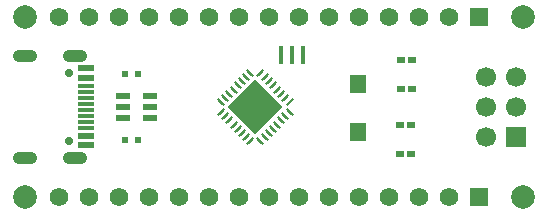
<source format=gbr>
%TF.GenerationSoftware,Altium Limited,Altium Designer,21.4.1 (30)*%
G04 Layer_Color=255*
%FSLAX45Y45*%
%MOMM*%
%TF.SameCoordinates,CCA80653-F6CA-46C6-945C-E97865854BA3*%
%TF.FilePolarity,Positive*%
%TF.FileFunction,Pads,Top*%
%TF.Part,Single*%
G01*
G75*
%TA.AperFunction,SMDPad,CuDef*%
%ADD10R,0.30000X1.60000*%
%TA.AperFunction,ConnectorPad*%
%ADD11R,1.45000X0.60000*%
%ADD12R,1.45000X0.30000*%
%TA.AperFunction,SMDPad,CuDef*%
%ADD13R,0.65000X0.50000*%
G04:AMPARAMS|DCode=14|XSize=0.23928mm|YSize=0.80964mm|CornerRadius=0.11964mm|HoleSize=0mm|Usage=FLASHONLY|Rotation=225.000|XOffset=0mm|YOffset=0mm|HoleType=Round|Shape=RoundedRectangle|*
%AMROUNDEDRECTD14*
21,1,0.23928,0.57035,0,0,225.0*
21,1,0.00000,0.80964,0,0,225.0*
1,1,0.23928,-0.20165,0.20165*
1,1,0.23928,-0.20165,0.20165*
1,1,0.23928,0.20165,-0.20165*
1,1,0.23928,0.20165,-0.20165*
%
%ADD14ROUNDEDRECTD14*%
G04:AMPARAMS|DCode=15|XSize=0.80964mm|YSize=0.23928mm|CornerRadius=0.11964mm|HoleSize=0mm|Usage=FLASHONLY|Rotation=225.000|XOffset=0mm|YOffset=0mm|HoleType=Round|Shape=RoundedRectangle|*
%AMROUNDEDRECTD15*
21,1,0.80964,0.00000,0,0,225.0*
21,1,0.57035,0.23928,0,0,225.0*
1,1,0.23928,-0.20165,-0.20165*
1,1,0.23928,0.20165,0.20165*
1,1,0.23928,0.20165,0.20165*
1,1,0.23928,-0.20165,-0.20165*
%
%ADD15ROUNDEDRECTD15*%
G04:AMPARAMS|DCode=16|XSize=0.80964mm|YSize=0.23928mm|CornerRadius=0mm|HoleSize=0mm|Usage=FLASHONLY|Rotation=225.000|XOffset=0mm|YOffset=0mm|HoleType=Round|Shape=Rectangle|*
%AMROTATEDRECTD16*
4,1,4,0.20165,0.37085,0.37085,0.20165,-0.20165,-0.37085,-0.37085,-0.20165,0.20165,0.37085,0.0*
%
%ADD16ROTATEDRECTD16*%

%ADD17P,4.59620X4X270.0*%
%ADD18R,1.35999X1.52999*%
%ADD19R,1.20000X0.60000*%
%ADD20R,0.50000X0.60000*%
%TA.AperFunction,ComponentPad*%
%ADD24C,0.70000*%
%ADD25O,2.10000X1.05000*%
%ADD26C,2.00000*%
%ADD27R,1.57000X1.57000*%
%ADD28C,1.57000*%
%ADD29C,1.70000*%
%ADD30R,1.70000X1.70000*%
D10*
X1877175Y1202827D02*
D03*
X1972172D02*
D03*
X2067176D02*
D03*
D11*
X226741Y438978D02*
D03*
Y518978D02*
D03*
Y1008979D02*
D03*
Y1088979D02*
D03*
D12*
Y588980D02*
D03*
Y638978D02*
D03*
Y688980D02*
D03*
Y738977D02*
D03*
Y938982D02*
D03*
Y888980D02*
D03*
Y838982D02*
D03*
Y788980D02*
D03*
D13*
X2889001Y611998D02*
D03*
X2978998D02*
D03*
X2899004Y911997D02*
D03*
X2989001D02*
D03*
X2899004Y1161999D02*
D03*
X2989001D02*
D03*
X2978998Y362001D02*
D03*
X2889001D02*
D03*
D14*
X1954002Y719485D02*
D03*
X1918650Y684129D02*
D03*
X1883293Y648772D02*
D03*
X1847937Y613420D02*
D03*
X1812580Y578063D02*
D03*
X1777228Y542707D02*
D03*
X1741871Y507350D02*
D03*
X1706514Y471998D02*
D03*
X1373998Y804515D02*
D03*
X1409355Y839866D02*
D03*
X1444711Y875223D02*
D03*
X1480063Y910580D02*
D03*
X1515420Y945937D02*
D03*
X1550777Y981288D02*
D03*
X1586128Y1016645D02*
D03*
X1621485Y1052002D02*
D03*
D15*
Y471998D02*
D03*
X1586128Y507350D02*
D03*
X1550777Y542707D02*
D03*
X1515420Y578063D02*
D03*
X1480063Y613420D02*
D03*
X1444711Y648772D02*
D03*
X1409355Y684129D02*
D03*
X1373998Y719485D02*
D03*
X1706514Y1052002D02*
D03*
X1741871Y1016645D02*
D03*
X1777228Y981288D02*
D03*
X1812580Y945937D02*
D03*
X1847936Y910580D02*
D03*
X1883293Y875223D02*
D03*
X1918650Y839866D02*
D03*
D16*
X1954002Y804515D02*
D03*
D17*
X1664000Y762000D02*
D03*
D18*
X2534001Y958997D02*
D03*
Y551998D02*
D03*
D19*
X775401Y666999D02*
D03*
Y762000D02*
D03*
Y856996D02*
D03*
X545399D02*
D03*
Y762000D02*
D03*
Y666999D02*
D03*
D20*
X668802Y482600D02*
D03*
X558800D02*
D03*
X668802Y1041400D02*
D03*
X558800D02*
D03*
D24*
X82240Y474980D02*
D03*
Y1052977D02*
D03*
D25*
X-282763Y331978D02*
D03*
Y1195979D02*
D03*
X135240Y331978D02*
D03*
Y1195979D02*
D03*
D26*
X-285999Y1521998D02*
D03*
X3927800Y1524000D02*
D03*
Y0D02*
D03*
X-285999Y1996D02*
D03*
D27*
X3556000Y0D02*
D03*
Y1524000D02*
D03*
D28*
X3302000Y0D02*
D03*
X3048000D02*
D03*
X2794000D02*
D03*
X2540000D02*
D03*
X2286000D02*
D03*
X2032000D02*
D03*
X1778000D02*
D03*
X1524000D02*
D03*
X1270000D02*
D03*
X1016000D02*
D03*
X762000D02*
D03*
X508000D02*
D03*
X254000D02*
D03*
X0D02*
D03*
X3302000Y1524000D02*
D03*
X3048000D02*
D03*
X2794000D02*
D03*
X2540000D02*
D03*
X2286000D02*
D03*
X2032000D02*
D03*
X1778000D02*
D03*
X1524000D02*
D03*
X1270000D02*
D03*
X1016000D02*
D03*
X762000D02*
D03*
X508000D02*
D03*
X254000D02*
D03*
X0D02*
D03*
D29*
X3620461Y1015998D02*
D03*
Y507998D02*
D03*
Y761998D02*
D03*
X3874461D02*
D03*
Y1015998D02*
D03*
D30*
Y507998D02*
D03*
%TF.MD5,2789bb72b9235f2e313fc6bd8c8e3056*%
M02*

</source>
